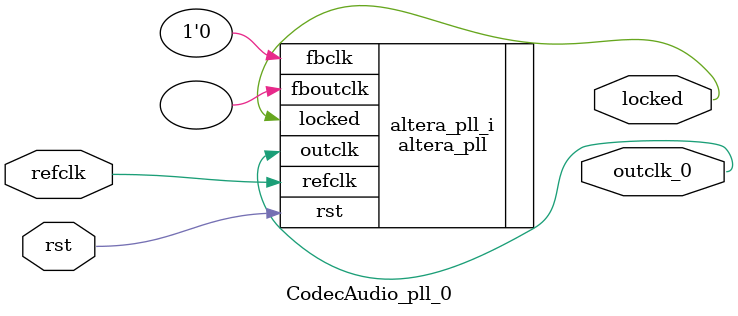
<source format=v>
`timescale 1ns/10ps
module  CodecAudio_pll_0(

	// interface 'refclk'
	input wire refclk,

	// interface 'reset'
	input wire rst,

	// interface 'outclk0'
	output wire outclk_0,

	// interface 'locked'
	output wire locked
);

	altera_pll #(
		.fractional_vco_multiplier("false"),
		.reference_clock_frequency("50.0 MHz"),
		.operation_mode("direct"),
		.number_of_clocks(1),
		.output_clock_frequency0("100.000000 MHz"),
		.phase_shift0("0 ps"),
		.duty_cycle0(50),
		.output_clock_frequency1("0 MHz"),
		.phase_shift1("0 ps"),
		.duty_cycle1(50),
		.output_clock_frequency2("0 MHz"),
		.phase_shift2("0 ps"),
		.duty_cycle2(50),
		.output_clock_frequency3("0 MHz"),
		.phase_shift3("0 ps"),
		.duty_cycle3(50),
		.output_clock_frequency4("0 MHz"),
		.phase_shift4("0 ps"),
		.duty_cycle4(50),
		.output_clock_frequency5("0 MHz"),
		.phase_shift5("0 ps"),
		.duty_cycle5(50),
		.output_clock_frequency6("0 MHz"),
		.phase_shift6("0 ps"),
		.duty_cycle6(50),
		.output_clock_frequency7("0 MHz"),
		.phase_shift7("0 ps"),
		.duty_cycle7(50),
		.output_clock_frequency8("0 MHz"),
		.phase_shift8("0 ps"),
		.duty_cycle8(50),
		.output_clock_frequency9("0 MHz"),
		.phase_shift9("0 ps"),
		.duty_cycle9(50),
		.output_clock_frequency10("0 MHz"),
		.phase_shift10("0 ps"),
		.duty_cycle10(50),
		.output_clock_frequency11("0 MHz"),
		.phase_shift11("0 ps"),
		.duty_cycle11(50),
		.output_clock_frequency12("0 MHz"),
		.phase_shift12("0 ps"),
		.duty_cycle12(50),
		.output_clock_frequency13("0 MHz"),
		.phase_shift13("0 ps"),
		.duty_cycle13(50),
		.output_clock_frequency14("0 MHz"),
		.phase_shift14("0 ps"),
		.duty_cycle14(50),
		.output_clock_frequency15("0 MHz"),
		.phase_shift15("0 ps"),
		.duty_cycle15(50),
		.output_clock_frequency16("0 MHz"),
		.phase_shift16("0 ps"),
		.duty_cycle16(50),
		.output_clock_frequency17("0 MHz"),
		.phase_shift17("0 ps"),
		.duty_cycle17(50),
		.pll_type("General"),
		.pll_subtype("General")
	) altera_pll_i (
		.rst	(rst),
		.outclk	({outclk_0}),
		.locked	(locked),
		.fboutclk	( ),
		.fbclk	(1'b0),
		.refclk	(refclk)
	);
endmodule


</source>
